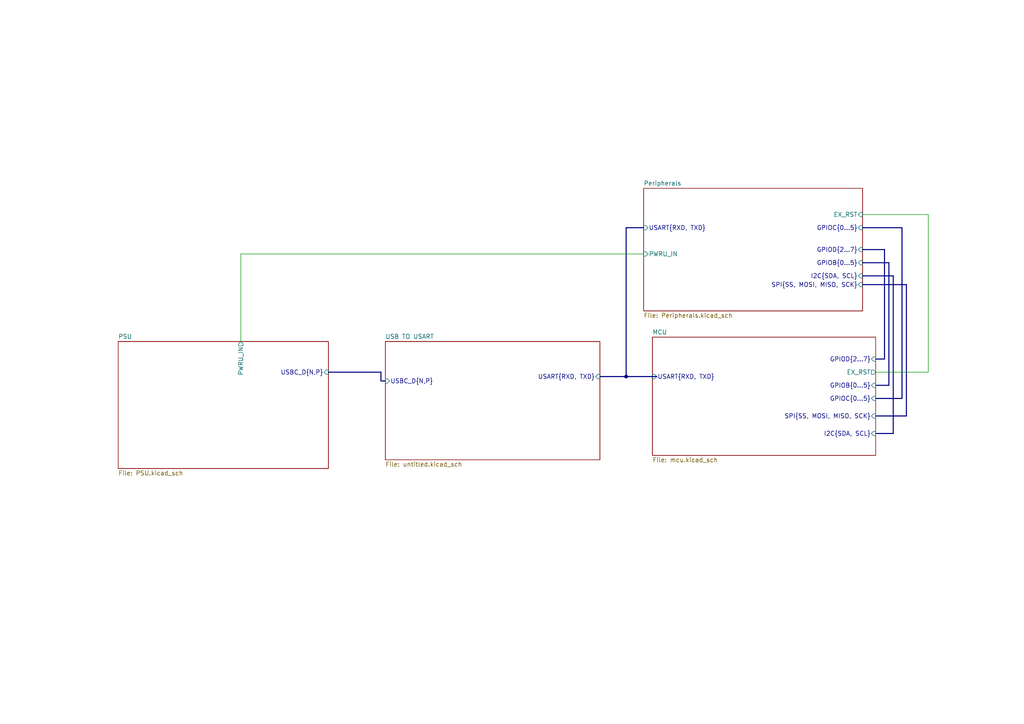
<source format=kicad_sch>
(kicad_sch
	(version 20250114)
	(generator "eeschema")
	(generator_version "9.0")
	(uuid "b2bbdadf-112f-4546-9689-8793d1774710")
	(paper "A4")
	(lib_symbols)
	(junction
		(at 181.61 109.22)
		(diameter 0)
		(color 0 0 0 0)
		(uuid "676c307e-18b2-4f87-9253-85c61fec53ed")
	)
	(bus
		(pts
			(xy 110.49 110.49) (xy 111.76 110.49)
		)
		(stroke
			(width 0)
			(type default)
		)
		(uuid "12769caf-dafe-4a6b-8d3d-6e4882d909ed")
	)
	(bus
		(pts
			(xy 262.89 82.55) (xy 250.19 82.55)
		)
		(stroke
			(width 0)
			(type default)
		)
		(uuid "17ad2968-0da6-40ba-b4db-2ecf090b0480")
	)
	(bus
		(pts
			(xy 257.81 111.76) (xy 254 111.76)
		)
		(stroke
			(width 0)
			(type default)
		)
		(uuid "2fbf1876-8c87-40b6-8bbd-724450d2cb4f")
	)
	(bus
		(pts
			(xy 250.19 76.2) (xy 257.81 76.2)
		)
		(stroke
			(width 0)
			(type default)
		)
		(uuid "327fbec1-bf8d-4296-b8e4-631c6f878590")
	)
	(wire
		(pts
			(xy 250.19 62.23) (xy 269.24 62.23)
		)
		(stroke
			(width 0)
			(type default)
		)
		(uuid "3698ac0a-1fa1-4841-a8d4-5ce4983745e2")
	)
	(bus
		(pts
			(xy 181.61 109.22) (xy 190.5 109.22)
		)
		(stroke
			(width 0)
			(type default)
		)
		(uuid "3afb3943-3fe8-4a38-b282-be3621b7f6d8")
	)
	(bus
		(pts
			(xy 257.81 76.2) (xy 257.81 111.76)
		)
		(stroke
			(width 0)
			(type default)
		)
		(uuid "3c7b3f2e-f1c2-472b-b011-346fb27089c4")
	)
	(bus
		(pts
			(xy 110.49 107.95) (xy 110.49 110.49)
		)
		(stroke
			(width 0)
			(type default)
		)
		(uuid "49fc620b-98f5-4790-bcbb-0bdc7cf5b42f")
	)
	(bus
		(pts
			(xy 256.54 72.39) (xy 256.54 104.14)
		)
		(stroke
			(width 0)
			(type default)
		)
		(uuid "51726653-c9a4-4039-b574-6783f75b1d72")
	)
	(bus
		(pts
			(xy 261.62 115.57) (xy 254 115.57)
		)
		(stroke
			(width 0)
			(type default)
		)
		(uuid "56efb673-9d21-4cb1-8d32-bf044c0f5b94")
	)
	(wire
		(pts
			(xy 69.85 73.66) (xy 186.69 73.66)
		)
		(stroke
			(width 0)
			(type default)
		)
		(uuid "5ac1684a-676f-457a-b4ed-eede2203b847")
	)
	(bus
		(pts
			(xy 173.99 109.22) (xy 181.61 109.22)
		)
		(stroke
			(width 0)
			(type default)
		)
		(uuid "5eebbb1d-9a3d-4980-bfe3-22c7b11db0c0")
	)
	(wire
		(pts
			(xy 269.24 107.95) (xy 254 107.95)
		)
		(stroke
			(width 0)
			(type default)
		)
		(uuid "5fc5a45c-22b6-4efb-85f5-61930dc285e0")
	)
	(bus
		(pts
			(xy 254 125.73) (xy 259.08 125.73)
		)
		(stroke
			(width 0)
			(type default)
		)
		(uuid "649a4be9-7dd8-4f88-8691-8bcb3d0237f8")
	)
	(bus
		(pts
			(xy 95.25 107.95) (xy 110.49 107.95)
		)
		(stroke
			(width 0)
			(type default)
		)
		(uuid "6d666f6b-46bd-4640-bbfd-ed2b611f3b55")
	)
	(bus
		(pts
			(xy 186.69 66.04) (xy 181.61 66.04)
		)
		(stroke
			(width 0)
			(type default)
		)
		(uuid "71b3f336-2d5a-45d4-897f-ff08cc3cdf42")
	)
	(wire
		(pts
			(xy 69.85 99.06) (xy 69.85 73.66)
		)
		(stroke
			(width 0)
			(type default)
		)
		(uuid "7b582d65-8e47-4c43-bd56-52ee3437b77b")
	)
	(bus
		(pts
			(xy 262.89 120.65) (xy 262.89 82.55)
		)
		(stroke
			(width 0)
			(type default)
		)
		(uuid "8c5f936c-9fd3-4390-9f90-5eb1bf1033b6")
	)
	(bus
		(pts
			(xy 259.08 80.01) (xy 250.19 80.01)
		)
		(stroke
			(width 0)
			(type default)
		)
		(uuid "a81d5356-3589-4515-abf8-80be859a1a92")
	)
	(bus
		(pts
			(xy 250.19 72.39) (xy 256.54 72.39)
		)
		(stroke
			(width 0)
			(type default)
		)
		(uuid "ad12b516-8cc6-4bab-a6e1-170d720c6ad7")
	)
	(bus
		(pts
			(xy 181.61 66.04) (xy 181.61 109.22)
		)
		(stroke
			(width 0)
			(type default)
		)
		(uuid "bf31856c-9de6-4f4f-8bc5-fd8741fcbfdd")
	)
	(bus
		(pts
			(xy 259.08 125.73) (xy 259.08 80.01)
		)
		(stroke
			(width 0)
			(type default)
		)
		(uuid "c012353e-93b6-42de-809f-3c215b65fa9e")
	)
	(bus
		(pts
			(xy 261.62 66.04) (xy 261.62 115.57)
		)
		(stroke
			(width 0)
			(type default)
		)
		(uuid "c5cb7438-f994-4223-862a-d03b3ead2492")
	)
	(wire
		(pts
			(xy 269.24 62.23) (xy 269.24 107.95)
		)
		(stroke
			(width 0)
			(type default)
		)
		(uuid "d31bcfc2-5d8f-4379-bac4-dbe8030b9752")
	)
	(bus
		(pts
			(xy 256.54 104.14) (xy 254 104.14)
		)
		(stroke
			(width 0)
			(type default)
		)
		(uuid "e2eb1990-d983-482e-8a1a-c1686e0100f6")
	)
	(bus
		(pts
			(xy 250.19 66.04) (xy 261.62 66.04)
		)
		(stroke
			(width 0)
			(type default)
		)
		(uuid "fd3faf0f-905a-491c-be54-e9a60ecfaae9")
	)
	(bus
		(pts
			(xy 254 120.65) (xy 262.89 120.65)
		)
		(stroke
			(width 0)
			(type default)
		)
		(uuid "ffda3e92-1149-4562-a0d9-87575638df71")
	)
	(sheet
		(at 111.76 99.06)
		(size 62.23 34.29)
		(exclude_from_sim no)
		(in_bom yes)
		(on_board yes)
		(dnp no)
		(fields_autoplaced yes)
		(stroke
			(width 0.1524)
			(type solid)
		)
		(fill
			(color 0 0 0 0.0000)
		)
		(uuid "4c1339f2-2103-4e30-bf65-8eca96f31bda")
		(property "Sheetname" "USB TO USART"
			(at 111.76 98.3484 0)
			(effects
				(font
					(size 1.27 1.27)
				)
				(justify left bottom)
			)
		)
		(property "Sheetfile" "untitled.kicad_sch"
			(at 111.76 133.9346 0)
			(effects
				(font
					(size 1.27 1.27)
				)
				(justify left top)
			)
		)
		(pin "USBC_D{N,P}" input
			(at 111.76 110.49 180)
			(uuid "10c701b6-665f-49e2-a934-c16b1d6a8e94")
			(effects
				(font
					(size 1.27 1.27)
				)
				(justify left)
			)
		)
		(pin "USART{RXD, TXD}" input
			(at 173.99 109.22 0)
			(uuid "0c68c135-9dae-428f-a9bb-5066fc3cc755")
			(effects
				(font
					(size 1.27 1.27)
				)
				(justify right)
			)
		)
		(instances
			(project "updated_proj"
				(path "/b2bbdadf-112f-4546-9689-8793d1774710"
					(page "4")
				)
			)
		)
	)
	(sheet
		(at 189.23 97.79)
		(size 64.77 34.29)
		(exclude_from_sim no)
		(in_bom yes)
		(on_board yes)
		(dnp no)
		(fields_autoplaced yes)
		(stroke
			(width 0.1524)
			(type solid)
		)
		(fill
			(color 0 0 0 0.0000)
		)
		(uuid "79eb5c9f-5e5d-4906-96e6-3cddf5b6f148")
		(property "Sheetname" "MCU"
			(at 189.23 97.0784 0)
			(effects
				(font
					(size 1.27 1.27)
				)
				(justify left bottom)
			)
		)
		(property "Sheetfile" "mcu.kicad_sch"
			(at 189.23 132.6646 0)
			(effects
				(font
					(size 1.27 1.27)
				)
				(justify left top)
			)
		)
		(pin "EX_RST" output
			(at 254 107.95 0)
			(uuid "bfda6431-080e-4851-8715-3d200f8bfbb6")
			(effects
				(font
					(size 1.27 1.27)
				)
				(justify right)
			)
		)
		(pin "SPI{SS, MOSI, MISO, SCK}" input
			(at 254 120.65 0)
			(uuid "13f83cab-38cd-4581-9f71-8db4a12a46e0")
			(effects
				(font
					(size 1.27 1.27)
				)
				(justify right)
			)
		)
		(pin "USART{RXD, TXD}" input
			(at 189.23 109.22 180)
			(uuid "13193510-179a-4962-a55d-7e70de816c90")
			(effects
				(font
					(size 1.27 1.27)
				)
				(justify left)
			)
		)
		(pin "I2C{SDA, SCL}" input
			(at 254 125.73 0)
			(uuid "59b24f93-1c16-43f3-9e0a-1755a9a16410")
			(effects
				(font
					(size 1.27 1.27)
				)
				(justify right)
			)
		)
		(pin "GPIOC{0...5}" input
			(at 254 115.57 0)
			(uuid "0fd4b2c7-f2a4-456b-9fee-d9e8f18a0e90")
			(effects
				(font
					(size 1.27 1.27)
				)
				(justify right)
			)
		)
		(pin "GPIOB{0...5}" input
			(at 254 111.76 0)
			(uuid "9f9752bd-ec75-48ad-b8bc-1a6c298df427")
			(effects
				(font
					(size 1.27 1.27)
				)
				(justify right)
			)
		)
		(pin "GPIOD{2...7}" input
			(at 254 104.14 0)
			(uuid "97b83522-3613-4560-822f-b4859b11bc93")
			(effects
				(font
					(size 1.27 1.27)
				)
				(justify right)
			)
		)
		(instances
			(project "updated_proj"
				(path "/b2bbdadf-112f-4546-9689-8793d1774710"
					(page "2")
				)
			)
		)
	)
	(sheet
		(at 186.69 54.61)
		(size 63.5 35.56)
		(exclude_from_sim no)
		(in_bom yes)
		(on_board yes)
		(dnp no)
		(fields_autoplaced yes)
		(stroke
			(width 0.1524)
			(type solid)
		)
		(fill
			(color 0 0 0 0.0000)
		)
		(uuid "879164f0-fec8-4770-b747-b152fb3319b7")
		(property "Sheetname" "Peripherals"
			(at 186.69 53.8984 0)
			(effects
				(font
					(size 1.27 1.27)
				)
				(justify left bottom)
			)
		)
		(property "Sheetfile" "Peripherals.kicad_sch"
			(at 186.69 90.7546 0)
			(effects
				(font
					(size 1.27 1.27)
				)
				(justify left top)
			)
		)
		(pin "EX_RST" input
			(at 250.19 62.23 0)
			(uuid "f20779cc-fbe3-4142-ba9a-5f9723ee0409")
			(effects
				(font
					(size 1.27 1.27)
				)
				(justify right)
			)
		)
		(pin "SPI{SS, MOSI, MISO, SCK}" input
			(at 250.19 82.55 0)
			(uuid "8fe47e3d-149f-4ba9-b12f-99e6096ae224")
			(effects
				(font
					(size 1.27 1.27)
				)
				(justify right)
			)
		)
		(pin "USART{RXD, TXD}" input
			(at 186.69 66.04 180)
			(uuid "b27ef643-0674-4d58-bc54-4299cc6410d0")
			(effects
				(font
					(size 1.27 1.27)
				)
				(justify left)
			)
		)
		(pin "I2C{SDA, SCL}" input
			(at 250.19 80.01 0)
			(uuid "70a83afa-e3ab-49c3-b977-ac94ced3d74e")
			(effects
				(font
					(size 1.27 1.27)
				)
				(justify right)
			)
		)
		(pin "PWRU_IN" input
			(at 186.69 73.66 180)
			(uuid "ebdec43b-8855-40e6-bdb3-7143acbabd2c")
			(effects
				(font
					(size 1.27 1.27)
				)
				(justify left)
			)
		)
		(pin "GPIOC{0...5}" input
			(at 250.19 66.04 0)
			(uuid "e42c26f4-4618-4345-b8b6-eade28d94f55")
			(effects
				(font
					(size 1.27 1.27)
				)
				(justify right)
			)
		)
		(pin "GPIOD{2...7}" input
			(at 250.19 72.39 0)
			(uuid "3e69144e-c253-4a15-ba8e-114821ef855a")
			(effects
				(font
					(size 1.27 1.27)
				)
				(justify right)
			)
		)
		(pin "GPIOB{0...5}" input
			(at 250.19 76.2 0)
			(uuid "7c250b18-8931-4b8e-9f12-dba6b9e14512")
			(effects
				(font
					(size 1.27 1.27)
				)
				(justify right)
			)
		)
		(instances
			(project "updated_proj"
				(path "/b2bbdadf-112f-4546-9689-8793d1774710"
					(page "5")
				)
			)
		)
	)
	(sheet
		(at 34.29 99.06)
		(size 60.96 36.83)
		(exclude_from_sim no)
		(in_bom yes)
		(on_board yes)
		(dnp no)
		(fields_autoplaced yes)
		(stroke
			(width 0.1524)
			(type solid)
		)
		(fill
			(color 0 0 0 0.0000)
		)
		(uuid "fe0ea4a4-c2df-4c35-8e09-ee6e8be7cc0a")
		(property "Sheetname" "PSU"
			(at 34.29 98.3484 0)
			(effects
				(font
					(size 1.27 1.27)
				)
				(justify left bottom)
			)
		)
		(property "Sheetfile" "PSU.kicad_sch"
			(at 34.29 136.4746 0)
			(effects
				(font
					(size 1.27 1.27)
				)
				(justify left top)
			)
		)
		(pin "USBC_D{N,P}" input
			(at 95.25 107.95 0)
			(uuid "a2135dcc-ff84-490e-887e-20c7eda7e596")
			(effects
				(font
					(size 1.27 1.27)
				)
				(justify right)
			)
		)
		(pin "PWRU_IN" output
			(at 69.85 99.06 90)
			(uuid "27531532-adf6-43b6-a034-83ed9e8c6262")
			(effects
				(font
					(size 1.27 1.27)
				)
				(justify right)
			)
		)
		(instances
			(project "updated_proj"
				(path "/b2bbdadf-112f-4546-9689-8793d1774710"
					(page "3")
				)
			)
		)
	)
	(sheet_instances
		(path "/"
			(page "1")
		)
	)
	(embedded_fonts no)
)

</source>
